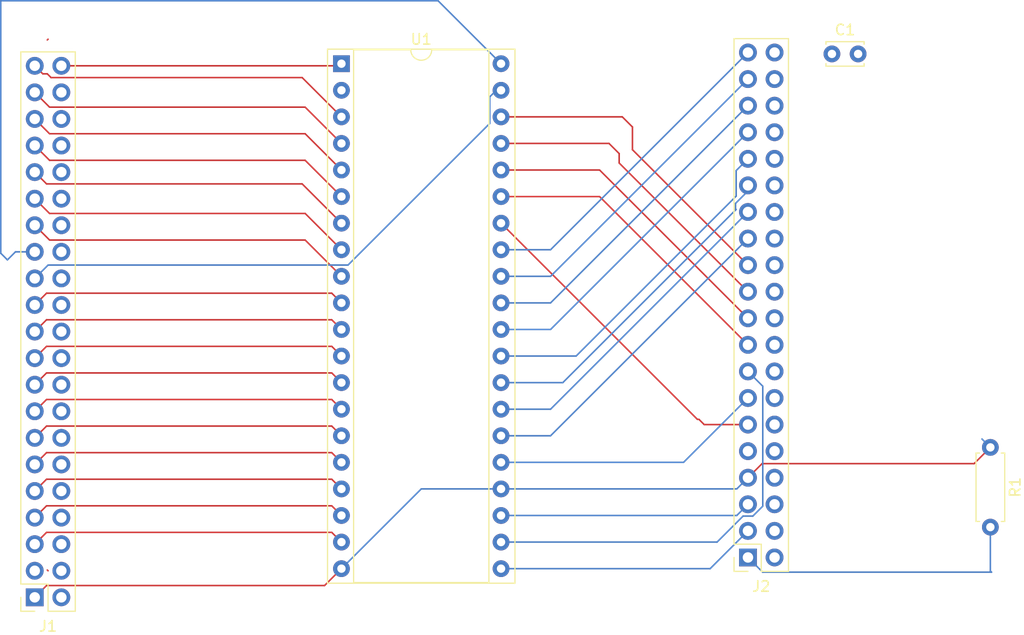
<source format=kicad_pcb>
(kicad_pcb (version 20211014) (generator pcbnew)
  (layers (0 "F.Cu" signal) (1 "In1.Cu" power) (2 "In2.Cu" power) (31 "B.Cu" signal) (34 "B.Paste" user) (35 "F.Paste" user) (36 "B.SilkS" user "B.Silkscreen") (37 "F.SilkS" user "F.Silkscreen") (38 "B.Mask" user) (39 "F.Mask" user) (44 "Edge.Cuts" user))
  (net 0 "")
  (net 1 "VCC")
  (net 2 "GND")
  (net 3 "/CB2")
  (net 4 "/CB1")
  (net 5 "/PB7")
  (net 6 "/PB6")
  (net 7 "/PB5")
  (net 8 "/PB4")
  (net 9 "/PB3")
  (net 10 "/PB2")
  (net 11 "/PB1")
  (net 12 "/PB0")
  (net 13 "/CA2")
  (net 14 "/CA1")
  (net 15 "/PA7")
  (net 16 "/PA6")
  (net 17 "/PA5")
  (net 18 "/PA4")
  (net 19 "/PA3")
  (net 20 "/PA2")
  (net 21 "/PA1")
  (net 22 "/~{IRQDEV1}")
  (net 23 "/~{IRQDEV0}")
  (net 24 "/~{CSDEV0-1}")
  (net 25 "/~{RST}")
  (net 26 "/CLK")
  (net 27 "/R~{W}")
  (net 28 "/A3")
  (net 29 "/A2")
  (net 30 "/A1")
  (net 31 "/A0")
  (net 32 "/D7")
  (net 33 "/D6")
  (net 34 "/D5")
  (net 35 "/D4")
  (net 36 "/D3")
  (net 37 "/D2")
  (net 38 "/D1")
  (net 39 "/D0")
  (net 40 "/PA0")
  (footprint "Resistor_THT:R_Axial_DIN0207_L6.3mm_D2.5mm_P7.62mm_Horizontal" (layer "F.Cu") (at 166.26 110.63 -90)
    (fp_text reference "R1" (at 3.81 -2.37 90) (layer "F.SilkS"))
    (fp_text value "10K")
    (fp_line (start 7.08 1.37) (end 7.08 1.04) (layer "F.SilkS") (width 0.12))
    (fp_line (start 0.54 -1.04) (end 0.54 -1.37) (layer "F.SilkS") (width 0.12))
    (fp_line (start 0.54 1.04) (end 0.54 1.37) (layer "F.SilkS") (width 0.12))
    (fp_line (start 0.54 -1.37) (end 7.08 -1.37) (layer "F.SilkS") (width 0.12))
    (fp_line (start 7.08 -1.37) (end 7.08 -1.04) (layer "F.SilkS") (width 0.12))
    (fp_line (start 0.54 1.37) (end 7.08 1.37) (layer "F.SilkS") (width 0.12))
    (pad "1" thru_hole circle (at 0 0 270) (size 1.6 1.6) (drill 0.8) (layers *.Cu *.Mask) (net 1 "VCC"))
    (pad "2" thru_hole oval (at 7.62 0 270) (size 1.6 1.6) (drill 0.8) (layers *.Cu *.Mask) (net 22 "/~{IRQDEV1}"))
  )
  (footprint "Connector_PinSocket_2.54mm:PinSocket_2x20_P2.54mm_Vertical" (layer "F.Cu") (at 143.11 121.15 180)
    (fp_text reference "J2" (at -1.27 -2.77) (layer "F.SilkS"))
    (fp_text value "16B")
    (fp_line (start -1.27 1.27) (end 1.33 1.27) (layer "F.SilkS") (width 0.12))
    (fp_line (start -3.87 -1.33) (end -3.87 49.59) (layer "F.SilkS") (width 0.12))
    (fp_line (start -3.87 49.59) (end 1.33 49.59) (layer "F.SilkS") (width 0.12))
    (fp_line (start -3.87 -1.33) (end -1.27 -1.33) (layer "F.SilkS") (width 0.12))
    (fp_line (start 0 -1.33) (end 1.33 -1.33) (layer "F.SilkS") (width 0.12))
    (fp_line (start -1.27 -1.33) (end -1.27 1.27) (layer "F.SilkS") (width 0.12))
    (fp_line (start 1.33 -1.33) (end 1.33 0) (layer "F.SilkS") (width 0.12))
    (fp_line (start 1.33 1.27) (end 1.33 49.59) (layer "F.SilkS") (width 0.12))
    (pad "1" thru_hole rect (at 0 0 180) (size 1.7 1.7) (drill 1) (layers *.Cu *.Mask) (net 22 "/~{IRQDEV1}"))
    (pad "2" thru_hole oval (at -2.54 0 180) (size 1.7 1.7) (drill 1) (layers *.Cu *.Mask) (net 2 "GND"))
    (pad "3" thru_hole oval (at 0 2.54 180) (size 1.7 1.7) (drill 1) (layers *.Cu *.Mask) (net 23 "/~{IRQDEV0}"))
    (pad "4" thru_hole oval (at -2.54 2.54 180) (size 1.7 1.7) (drill 1) (layers *.Cu *.Mask) (net 2 "GND"))
    (pad "5" thru_hole oval (at 0 5.08 180) (size 1.7 1.7) (drill 1) (layers *.Cu *.Mask) (net 24 "/~{CSDEV0-1}"))
    (pad "6" thru_hole oval (at -2.54 5.08 180) (size 1.7 1.7) (drill 1) (layers *.Cu *.Mask) (net 2 "GND"))
    (pad "7" thru_hole oval (at 0 7.62 180) (size 1.7 1.7) (drill 1) (layers *.Cu *.Mask) (net 1 "VCC"))
    (pad "8" thru_hole oval (at -2.54 7.62 180) (size 1.7 1.7) (drill 1) (layers *.Cu *.Mask) (net 2 "GND"))
    (pad "9" thru_hole oval (at 0 10.16 180) (size 1.7 1.7) (drill 1) (layers *.Cu *.Mask) (net 2 "GND"))
    (pad "10" thru_hole oval (at -2.54 10.16 180) (size 1.7 1.7) (drill 1) (layers *.Cu *.Mask) (net 2 "GND"))
    (pad "11" thru_hole oval (at 0 12.7 180) (size 1.7 1.7) (drill 1) (layers *.Cu *.Mask) (net 25 "/~{RST}"))
    (pad "12" thru_hole oval (at -2.54 12.7 180) (size 1.7 1.7) (drill 1) (layers *.Cu *.Mask) (net 2 "GND"))
    (pad "13" thru_hole oval (at 0 15.24 180) (size 1.7 1.7) (drill 1) (layers *.Cu *.Mask) (net 26 "/CLK"))
    (pad "14" thru_hole oval (at -2.54 15.24 180) (size 1.7 1.7) (drill 1) (layers *.Cu *.Mask) (net 2 "GND"))
    (pad "15" thru_hole oval (at 0 17.78 180) (size 1.7 1.7) (drill 1) (layers *.Cu *.Mask) (net 27 "/R~{W}"))
    (pad "16" thru_hole oval (at -2.54 17.78 180) (size 1.7 1.7) (drill 1) (layers *.Cu *.Mask) (net 2 "GND"))
    (pad "17" thru_hole oval (at 0 20.32 180) (size 1.7 1.7) (drill 1) (layers *.Cu *.Mask) (net 28 "/A3"))
    (pad "18" thru_hole oval (at -2.54 20.32 180) (size 1.7 1.7) (drill 1) (layers *.Cu *.Mask) (net 2 "GND"))
    (pad "19" thru_hole oval (at 0 22.86 180) (size 1.7 1.7) (drill 1) (layers *.Cu *.Mask) (net 29 "/A2"))
    (pad "20" thru_hole oval (at -2.54 22.86 180) (size 1.7 1.7) (drill 1) (layers *.Cu *.Mask) (net 2 "GND"))
    (pad "21" thru_hole oval (at 0 25.4 180) (size 1.7 1.7) (drill 1) (layers *.Cu *.Mask) (net 30 "/A1"))
    (pad "22" thru_hole oval (at -2.54 25.4 180) (size 1.7 1.7) (drill 1) (layers *.Cu *.Mask) (net 2 "GND"))
    (pad "23" thru_hole oval (at 0 27.94 180) (size 1.7 1.7) (drill 1) (layers *.Cu *.Mask) (net 31 "/A0"))
    (pad "24" thru_hole oval (at -2.54 27.94 180) (size 1.7 1.7) (drill 1) (layers *.Cu *.Mask) (net 2 "GND"))
    (pad "25" thru_hole oval (at 0 30.48 180) (size 1.7 1.7) (drill 1) (layers *.Cu *.Mask) (net 32 "/D7"))
    (pad "26" thru_hole oval (at -2.54 30.48 180) (size 1.7 1.7) (drill 1) (layers *.Cu *.Mask) (net 2 "GND"))
    (pad "27" thru_hole oval (at 0 33.02 180) (size 1.7 1.7) (drill 1) (layers *.Cu *.Mask) (net 33 "/D6"))
    (pad "28" thru_hole oval (at -2.54 33.02 180) (size 1.7 1.7) (drill 1) (layers *.Cu *.Mask) (net 2 "GND"))
    (pad "29" thru_hole oval (at 0 35.56 180) (size 1.7 1.7) (drill 1) (layers *.Cu *.Mask) (net 34 "/D5"))
    (pad "30" thru_hole oval (at -2.54 35.56 180) (size 1.7 1.7) (drill 1) (layers *.Cu *.Mask) (net 2 "GND"))
    (pad "31" thru_hole oval (at 0 38.1 180) (size 1.7 1.7) (drill 1) (layers *.Cu *.Mask) (net 35 "/D4"))
    (pad "32" thru_hole oval (at -2.54 38.1 180) (size 1.7 1.7) (drill 1) (layers *.Cu *.Mask) (net 2 "GND"))
    (pad "33" thru_hole oval (at 0 40.64 180) (size 1.7 1.7) (drill 1) (layers *.Cu *.Mask) (net 36 "/D3"))
    (pad "34" thru_hole oval (at -2.54 40.64 180) (size 1.7 1.7) (drill 1) (layers *.Cu *.Mask) (net 2 "GND"))
    (pad "35" thru_hole oval (at 0 43.18 180) (size 1.7 1.7) (drill 1) (layers *.Cu *.Mask) (net 37 "/D2"))
    (pad "36" thru_hole oval (at -2.54 43.18 180) (size 1.7 1.7) (drill 1) (layers *.Cu *.Mask) (net 2 "GND"))
    (pad "37" thru_hole oval (at 0 45.72 180) (size 1.7 1.7) (drill 1) (layers *.Cu *.Mask) (net 38 "/D1"))
    (pad "38" thru_hole oval (at -2.54 45.72 180) (size 1.7 1.7) (drill 1) (layers *.Cu *.Mask) (net 2 "GND"))
    (pad "39" thru_hole oval (at 0 48.26 180) (size 1.7 1.7) (drill 1) (layers *.Cu *.Mask) (net 39 "/D0"))
    (pad "40" thru_hole oval (at -2.54 48.26 180) (size 1.7 1.7) (drill 1) (layers *.Cu *.Mask) (net 2 "GND"))
  )
  (footprint "Package_DIP:DIP-40_W15.24mm_Socket" (layer "F.Cu") (at 104.29 73.96)
    (fp_text reference "U1" (at 7.62 -2.33) (layer "F.SilkS"))
    (fp_text value "W65C22SxP")
    (fp_line (start 14.08 -1.33) (end 8.62 -1.33) (layer "F.SilkS") (width 0.12))
    (fp_line (start -1.33 49.65) (end 16.57 49.65) (layer "F.SilkS") (width 0.12))
    (fp_line (start 16.57 -1.39) (end -1.33 -1.39) (layer "F.SilkS") (width 0.12))
    (fp_line (start 14.08 49.59) (end 14.08 -1.33) (layer "F.SilkS") (width 0.12))
    (fp_line (start 1.16 -1.33) (end 1.16 49.59) (layer "F.SilkS") (width 0.12))
    (fp_line (start 1.16 49.59) (end 14.08 49.59) (layer "F.SilkS") (width 0.12))
    (fp_line (start -1.33 -1.39) (end -1.33 49.65) (layer "F.SilkS") (width 0.12))
    (fp_line (start 6.62 -1.33) (end 1.16 -1.33) (layer "F.SilkS") (width 0.12))
    (fp_line (start 16.57 49.65) (end 16.57 -1.39) (layer "F.SilkS") (width 0.12))
    (fp_arc (start 8.62 -1.33) (mid 7.62 -0.33) (end 6.62 -1.33) (layer "F.SilkS") (width 0.12))
    (pad "1" thru_hole rect (at 0 0) (size 1.6 1.6) (drill 0.8) (layers *.Cu *.Mask) (net 2 "GND"))
    (pad "2" thru_hole oval (at 0 2.54) (size 1.6 1.6) (drill 0.8) (layers *.Cu *.Mask) (net 40 "/PA0"))
    (pad "3" thru_hole oval (at 0 5.08) (size 1.6 1.6) (drill 0.8) (layers *.Cu *.Mask) (net 21 "/PA1"))
    (pad "4" thru_hole oval (at 0 7.62) (size 1.6 1.6) (drill 0.8) (layers *.Cu *.Mask) (net 20 "/PA2"))
    (pad "5" thru_hole oval (at 0 10.16) (size 1.6 1.6) (drill 0.8) (layers *.Cu *.Mask) (net 19 "/PA3"))
    (pad "6" thru_hole oval (at 0 12.7) (size 1.6 1.6) (drill 0.8) (layers *.Cu *.Mask) (net 18 "/PA4"))
    (pad "7" thru_hole oval (at 0 15.24) (size 1.6 1.6) (drill 0.8) (layers *.Cu *.Mask) (net 17 "/PA5"))
    (pad "8" thru_hole oval (at 0 17.78) (size 1.6 1.6) (drill 0.8) (layers *.Cu *.Mask) (net 16 "/PA6"))
    (pad "9" thru_hole oval (at 0 20.32) (size 1.6 1.6) (drill 0.8) (layers *.Cu *.Mask) (net 15 "/PA7"))
    (pad "10" thru_hole oval (at 0 22.86) (size 1.6 1.6) (drill 0.8) (layers *.Cu *.Mask) (net 12 "/PB0"))
    (pad "11" thru_hole oval (at 0 25.4) (size 1.6 1.6) (drill 0.8) (layers *.Cu *.Mask) (net 11 "/PB1"))
    (pad "12" thru_hole oval (at 0 27.94) (size 1.6 1.6) (drill 0.8) (layers *.Cu *.Mask) (net 10 "/PB2"))
    (pad "13" thru_hole oval (at 0 30.48) (size 1.6 1.6) (drill 0.8) (layers *.Cu *.Mask) (net 9 "/PB3"))
    (pad "14" thru_hole oval (at 0 33.02) (size 1.6 1.6) (drill 0.8) (layers *.Cu *.Mask) (net 8 "/PB4"))
    (pad "15" thru_hole oval (at 0 35.56) (size 1.6 1.6) (drill 0.8) (layers *.Cu *.Mask) (net 7 "/PB5"))
    (pad "16" thru_hole oval (at 0 38.1) (size 1.6 1.6) (drill 0.8) (layers *.Cu *.Mask) (net 6 "/PB6"))
    (pad "17" thru_hole oval (at 0 40.64) (size 1.6 1.6) (drill 0.8) (layers *.Cu *.Mask) (net 5 "/PB7"))
    (pad "18" thru_hole oval (at 0 43.18) (size 1.6 1.6) (drill 0.8) (layers *.Cu *.Mask) (net 4 "/CB1"))
    (pad "19" thru_hole oval (at 0 45.72) (size 1.6 1.6) (drill 0.8) (layers *.Cu *.Mask) (net 3 "/CB2"))
    (pad "20" thru_hole oval (at 0 48.26) (size 1.6 1.6) (drill 0.8) (layers *.Cu *.Mask) (net 1 "VCC"))
    (pad "21" thru_hole oval (at 15.24 48.26) (size 1.6 1.6) (drill 0.8) (layers *.Cu *.Mask) (net 23 "/~{IRQDEV0}"))
    (pad "22" thru_hole oval (at 15.24 45.72) (size 1.6 1.6) (drill 0.8) (layers *.Cu *.Mask) (net 27 "/R~{W}"))
    (pad "23" thru_hole oval (at 15.24 43.18) (size 1.6 1.6) (drill 0.8) (layers *.Cu *.Mask) (net 24 "/~{CSDEV0-1}"))
    (pad "24" thru_hole oval (at 15.24 40.64) (size 1.6 1.6) (drill 0.8) (layers *.Cu *.Mask) (net 1 "VCC"))
    (pad "25" thru_hole oval (at 15.24 38.1) (size 1.6 1.6) (drill 0.8) (layers *.Cu *.Mask) (net 26 "/CLK"))
    (pad "26" thru_hole oval (at 15.24 35.56) (size 1.6 1.6) (drill 0.8) (layers *.Cu *.Mask) (net 32 "/D7"))
    (pad "27" thru_hole oval (at 15.24 33.02) (size 1.6 1.6) (drill 0.8) (layers *.Cu *.Mask) (net 33 "/D6"))
    (pad "28" thru_hole oval (at 15.24 30.48) (size 1.6 1.6) (drill 0.8) (layers *.Cu *.Mask) (net 34 "/D5"))
    (pad "29" thru_hole oval (at 15.24 27.94) (size 1.6 1.6) (drill 0.8) (layers *.Cu *.Mask) (net 35 "/D4"))
    (pad "30" thru_hole oval (at 15.24 25.4) (size 1.6 1.6) (drill 0.8) (layers *.Cu *.Mask) (net 36 "/D3"))
    (pad "31" thru_hole oval (at 15.24 22.86) (size 1.6 1.6) (drill 0.8) (layers *.Cu *.Mask) (net 37 "/D2"))
    (pad "32" thru_hole oval (at 15.24 20.32) (size 1.6 1.6) (drill 0.8) (layers *.Cu *.Mask) (net 38 "/D1"))
    (pad "33" thru_hole oval (at 15.24 17.78) (size 1.6 1.6) (drill 0.8) (layers *.Cu *.Mask) (net 39 "/D0"))
    (pad "34" thru_hole oval (at 15.24 15.24) (size 1.6 1.6) (drill 0.8) (layers *.Cu *.Mask) (net 25 "/~{RST}"))
    (pad "35" thru_hole oval (at 15.24 12.7) (size 1.6 1.6) (drill 0.8) (layers *.Cu *.Mask) (net 28 "/A3"))
    (pad "36" thru_hole oval (at 15.24 10.16) (size 1.6 1.6) (drill 0.8) (layers *.Cu *.Mask) (net 29 "/A2"))
    (pad "37" thru_hole oval (at 15.24 7.62) (size 1.6 1.6) (drill 0.8) (layers *.Cu *.Mask) (net 30 "/A1"))
    (pad "38" thru_hole oval (at 15.24 5.08) (size 1.6 1.6) (drill 0.8) (layers *.Cu *.Mask) (net 31 "/A0"))
    (pad "39" thru_hole oval (at 15.24 2.54) (size 1.6 1.6) (drill 0.8) (layers *.Cu *.Mask) (net 13 "/CA2"))
    (pad "40" thru_hole oval (at 15.24 0) (size 1.6 1.6) (drill 0.8) (layers *.Cu *.Mask) (net 14 "/CA1"))
  )
  (footprint "Connector_PinSocket_2.54mm:PinSocket_2x21_P2.54mm_Vertical" (layer "F.Cu") (at 75 124.96 180)
    (fp_text reference "J1" (at -1.27 -2.77) (layer "F.SilkS"))
    (fp_text value "VIA Port")
    (fp_line (start -3.87 52.13) (end 1.33 52.13) (layer "F.SilkS") (width 0.12))
    (fp_line (start -3.87 -1.33) (end -3.87 52.13) (layer "F.SilkS") (width 0.12))
    (fp_line (start -1.27 1.27) (end 1.33 1.27) (layer "F.SilkS") (width 0.12))
    (fp_line (start -3.87 -1.33) (end -1.27 -1.33) (layer "F.SilkS") (width 0.12))
    (fp_line (start 1.33 -1.33) (end 1.33 0) (layer "F.SilkS") (width 0.12))
    (fp_line (start -1.27 -1.33) (end -1.27 1.27) (layer "F.SilkS") (width 0.12))
    (fp_line (start 0 -1.33) (end 1.33 -1.33) (layer "F.SilkS") (width 0.12))
    (fp_line (start 1.33 1.27) (end 1.33 52.13) (layer "F.SilkS") (width 0.12))
    (pad "1" thru_hole rect (at 0 0 180) (size 1.7 1.7) (drill 1) (layers *.Cu *.Mask) (net 1 "VCC"))
    (pad "2" thru_hole oval (at -2.54 0 180) (size 1.7 1.7) (drill 1) (layers *.Cu *.Mask) (net 2 "GND"))
    (pad "3" thru_hole oval (at 0 2.54 180) (size 1.7 1.7) (drill 1) (layers *.Cu *.Mask) (net 2 "GND"))
    (pad "4" thru_hole oval (at -2.54 2.54 180) (size 1.7 1.7) (drill 1) (layers *.Cu *.Mask) (net 2 "GND"))
    (pad "5" thru_hole oval (at 0 5.08 180) (size 1.7 1.7) (drill 1) (layers *.Cu *.Mask) (net 3 "/CB2"))
    (pad "6" thru_hole oval (at -2.54 5.08 180) (size 1.7 1.7) (drill 1) (layers *.Cu *.Mask) (net 2 "GND"))
    (pad "7" thru_hole oval (at 0 7.62 180) (size 1.7 1.7) (drill 1) (layers *.Cu *.Mask) (net 4 "/CB1"))
    (pad "8" thru_hole oval (at -2.54 7.62 180) (size 1.7 1.7) (drill 1) (layers *.Cu *.Mask) (net 2 "GND"))
    (pad "9" thru_hole oval (at 0 10.16 180) (size 1.7 1.7) (drill 1) (layers *.Cu *.Mask) (net 5 "/PB7"))
    (pad "10" thru_hole oval (at -2.54 10.16 180) (size 1.7 1.7) (drill 1) (layers *.Cu *.Mask) (net 2 "GND"))
    (pad "11" thru_hole oval (at 0 12.7 180) (size 1.7 1.7) (drill 1) (layers *.Cu *.Mask) (net 6 "/PB6"))
    (pad "12" thru_hole oval (at -2.54 12.7 180) (size 1.7 1.7) (drill 1) (layers *.Cu *.Mask) (net 2 "GND"))
    (pad "13" thru_hole oval (at 0 15.24 180) (size 1.7 1.7) (drill 1) (layers *.Cu *.Mask) (net 7 "/PB5"))
    (pad "14" thru_hole oval (at -2.54 15.24 180) (size 1.7 1.7) (drill 1) (layers *.Cu *.Mask) (net 2 "GND"))
    (pad "15" thru_hole oval (at 0 17.78 180) (size 1.7 1.7) (drill 1) (layers *.Cu *.Mask) (net 8 "/PB4"))
    (pad "16" thru_hole oval (at -2.54 17.78 180) (size 1.7 1.7) (drill 1) (layers *.Cu *.Mask) (net 2 "GND"))
    (pad "17" thru_hole oval (at 0 20.32 180) (size 1.7 1.7) (drill 1) (layers *.Cu *.Mask) (net 9 "/PB3"))
    (pad "18" thru_hole oval (at -2.54 20.32 180) (size 1.7 1.7) (drill 1) (layers *.Cu *.Mask) (net 2 "GND"))
    (pad "19" thru_hole oval (at 0 22.86 180) (size 1.7 1.7) (drill 1) (layers *.Cu *.Mask) (net 10 "/PB2"))
    (pad "20" thru_hole oval (at -2.54 22.86 180) (size 1.7 1.7) (drill 1) (layers *.Cu *.Mask) (net 2 "GND"))
    (pad "21" thru_hole oval (at 0 25.4 180) (size 1.7 1.7) (drill 1) (layers *.Cu *.Mask) (net 11 "/PB1"))
    (pad "22" thru_hole oval (at -2.54 25.4 180) (size 1.7 1.7) (drill 1) (layers *.Cu *.Mask) (net 2 "GND"))
    (pad "23" thru_hole oval (at 0 27.94 180) (size 1.7 1.7) (drill 1) (layers *.Cu *.Mask) (net 12 "/PB0"))
    (pad "24" thru_hole oval (at -2.54 27.94 180) (size 1.7 1.7) (drill 1) (layers *.Cu *.Mask) (net 2 "GND"))
    (pad "25" thru_hole oval (at 0 30.48 180) (size 1.7 1.7) (drill 1) (layers *.Cu *.Mask) (net 13 "/CA2"))
    (pad "26" thru_hole oval (at -2.54 30.48 180) (size 1.7 1.7) (drill 1) (layers *.Cu *.Mask) (net 2 "GND"))
    (pad "27" thru_hole oval (at 0 33.02 180) (size 1.7 1.7) (drill 1) (layers *.Cu *.Mask) (net 14 "/CA1"))
    (pad "28" thru_hole oval (at -2.54 33.02 180) (size 1.7 1.7) (drill 1) (layers *.Cu *.Mask) (net 2 "GND"))
    (pad "29" thru_hole oval (at 0 35.56 180) (size 1.7 1.7) (drill 1) (layers *.Cu *.Mask) (net 15 "/PA7"))
    (pad "30" thru_hole oval (at -2.54 35.56 180) (size 1.7 1.7) (drill 1) (layers *.Cu *.Mask) (net 2 "GND"))
    (pad "31" thru_hole oval (at 0 38.1 180) (size 1.7 1.7) (drill 1) (layers *.Cu *.Mask) (net 16 "/PA6"))
    (pad "32" thru_hole oval (at -2.54 38.1 180) (size 1.7 1.7) (drill 1) (layers *.Cu *.Mask) (net 2 "GND"))
    (pad "33" thru_hole oval (at 0 40.64 180) (size 1.7 1.7) (drill 1) (layers *.Cu *.Mask) (net 17 "/PA5"))
    (pad "34" thru_hole oval (at -2.54 40.64 180) (size 1.7 1.7) (drill 1) (layers *.Cu *.Mask) (net 2 "GND"))
    (pad "35" thru_hole oval (at 0 43.18 180) (size 1.7 1.7) (drill 1) (layers *.Cu *.Mask) (net 18 "/PA4"))
    (pad "36" thru_hole oval (at -2.54 43.18 180) (size 1.7 1.7) (drill 1) (layers *.Cu *.Mask) (net 2 "GND"))
    (pad "37" thru_hole oval (at 0 45.72 180) (size 1.7 1.7) (drill 1) (layers *.Cu *.Mask) (net 19 "/PA3"))
    (pad "38" thru_hole oval (at -2.54 45.72 180) (size 1.7 1.7) (drill 1) (layers *.Cu *.Mask) (net 2 "GND"))
    (pad "39" thru_hole oval (at 0 48.26 180) (size 1.7 1.7) (drill 1) (layers *.Cu *.Mask) (net 20 "/PA2"))
    (pad "40" thru_hole oval (at -2.54 48.26 180) (size 1.7 1.7) (drill 1) (layers *.Cu *.Mask) (net 2 "GND"))
    (pad "41" thru_hole oval (at 0 50.8 180) (size 1.7 1.7) (drill 1) (layers *.Cu *.Mask) (net 21 "/PA1"))
    (pad "42" thru_hole oval (at -2.54 50.8 180) (size 1.7 1.7) (drill 1) (layers *.Cu *.Mask) (net 2 "GND"))
  )
  (footprint "Capacitor_THT:C_Disc_D3.4mm_W2.1mm_P2.50mm" (layer "F.Cu") (at 151.13 73.025)
    (fp_text reference "C1" (at 1.25 -2.3) (layer "F.SilkS"))
    (fp_text value "100n")
    (fp_line (start -0.57 -1.17) (end 3.07 -1.17) (layer "F.SilkS") (width 0.12))
    (fp_line (start 3.07 0.925) (end 3.07 1.17) (layer "F.SilkS") (width 0.12))
    (fp_line (start 3.07 -1.17) (end 3.07 -0.925) (layer "F.SilkS") (width 0.12))
    (fp_line (start -0.57 0.925) (end -0.57 1.17) (layer "F.SilkS") (width 0.12))
    (fp_line (start -0.57 -1.17) (end -0.57 -0.925) (layer "F.SilkS") (width 0.12))
    (fp_line (start -0.57 1.17) (end 3.07 1.17) (layer "F.SilkS") (width 0.12))
    (pad "1" thru_hole circle (at 0 0) (size 1.6 1.6) (drill 0.8) (layers *.Cu *.Mask) (net 1 "VCC"))
    (pad "2" thru_hole circle (at 2.5 0) (size 1.6 1.6) (drill 0.8) (layers *.Cu *.Mask) (net 2 "GND"))
  )
  (segment (start 164.706738 112.183262) (end 166.26 110.63) (width 0.146812) (layer "F.Cu") (net 1))
  (segment (start 76.126606 123.833394) (end 102.676606 123.833394) (width 0.146812) (layer "F.Cu") (net 1))
  (segment (start 143.11 113.53) (end 144.456738 112.183262) (width 0.146812) (layer "F.Cu") (net 1))
  (segment (start 75 124.96) (end 76.126606 123.833394) (width 0.146812) (layer "F.Cu") (net 1))
  (segment (start 144.456738 112.183262) (end 164.706738 112.183262) (width 0.146812) (layer "F.Cu") (net 1))
  (segment (start 102.676606 123.833394) (end 104.29 122.22) (width 0.146812) (layer "F.Cu") (net 1))
  (segment (start 142.04 114.6) (end 143.11 113.53) (width 0.146812) (layer "B.Cu") (net 1))
  (segment (start 104.29 122.22) (end 111.91 114.6) (width 0.146812) (layer "B.Cu") (net 1))
  (segment (start 119.53 114.6) (end 142.04 114.6) (width 0.146812) (layer "B.Cu") (net 1))
  (segment (start 166.26 110.63) (end 165.460001 109.830001) (width 0.146812) (layer "B.Cu") (net 1))
  (segment (start 111.91 114.6) (end 119.53 114.6) (width 0.146812) (layer "B.Cu") (net 1))
  (segment (start 76.27 71.62) (end 76.2 71.69) (width 0.146812) (layer "F.Cu") (net 2))
  (segment (start 104.09 74.16) (end 104.29 73.96) (width 0.146812) (layer "F.Cu") (net 2))
  (segment (start 77.54 74.16) (end 104.09 74.16) (width 0.146812) (layer "F.Cu") (net 2))
  (segment (start 76.2 122.35) (end 76.27 122.42) (width 0.146812) (layer "F.Cu") (net 2))
  (segment (start 103.363394 118.753394) (end 104.29 119.68) (width 0.146812) (layer "F.Cu") (net 3))
  (segment (start 75 119.88) (end 76.126606 118.753394) (width 0.146812) (layer "F.Cu") (net 3))
  (segment (start 76.126606 118.753394) (end 103.363394 118.753394) (width 0.146812) (layer "F.Cu") (net 3))
  (segment (start 76.126606 116.213394) (end 103.363394 116.213394) (width 0.146812) (layer "F.Cu") (net 4))
  (segment (start 103.363394 116.213394) (end 104.29 117.14) (width 0.146812) (layer "F.Cu") (net 4))
  (segment (start 75 117.34) (end 76.126606 116.213394) (width 0.146812) (layer "F.Cu") (net 4))
  (segment (start 76.126606 113.673394) (end 103.363394 113.673394) (width 0.146812) (layer "F.Cu") (net 5))
  (segment (start 103.363394 113.673394) (end 104.29 114.6) (width 0.146812) (layer "F.Cu") (net 5))
  (segment (start 75 114.8) (end 76.126606 113.673394) (width 0.146812) (layer "F.Cu") (net 5))
  (segment (start 76.126606 111.133394) (end 103.363394 111.133394) (width 0.146812) (layer "F.Cu") (net 6))
  (segment (start 75 112.26) (end 76.126606 111.133394) (width 0.146812) (layer "F.Cu") (net 6))
  (segment (start 103.363394 111.133394) (end 104.29 112.06) (width 0.146812) (layer "F.Cu") (net 6))
  (segment (start 75 109.72) (end 76.126606 108.593394) (width 0.146812) (layer "F.Cu") (net 7))
  (segment (start 103.363394 108.593394) (end 104.29 109.52) (width 0.146812) (layer "F.Cu") (net 7))
  (segment (start 76.126606 108.593394) (end 103.363394 108.593394) (width 0.146812) (layer "F.Cu") (net 7))
  (segment (start 75 107.18) (end 76.126606 106.053394) (width 0.146812) (layer "F.Cu") (net 8))
  (segment (start 103.363394 106.053394) (end 104.29 106.98) (width 0.146812) (layer "F.Cu") (net 8))
  (segment (start 76.126606 106.053394) (end 103.363394 106.053394) (width 0.146812) (layer "F.Cu") (net 8))
  (segment (start 103.363394 103.513394) (end 104.29 104.44) (width 0.146812) (layer "F.Cu") (net 9))
  (segment (start 75 104.64) (end 76.126606 103.513394) (width 0.146812) (layer "F.Cu") (net 9))
  (segment (start 76.126606 103.513394) (end 103.363394 103.513394) (width 0.146812) (layer "F.Cu") (net 9))
  (segment (start 76.126606 100.973394) (end 103.363394 100.973394) (width 0.146812) (layer "F.Cu") (net 10))
  (segment (start 103.363394 100.973394) (end 104.29 101.9) (width 0.146812) (layer "F.Cu") (net 10))
  (segment (start 75 102.1) (end 76.126606 100.973394) (width 0.146812) (layer "F.Cu") (net 10))
  (segment (start 103.363394 98.433394) (end 104.29 99.36) (width 0.146812) (layer "F.Cu") (net 11))
  (segment (start 76.126606 98.433394) (end 103.363394 98.433394) (width 0.146812) (layer "F.Cu") (net 11))
  (segment (start 75 99.56) (end 76.126606 98.433394) (width 0.146812) (layer "F.Cu") (net 11))
  (segment (start 76.126606 95.893394) (end 103.363394 95.893394) (width 0.146812) (layer "F.Cu") (net 12))
  (segment (start 103.363394 95.893394) (end 104.29 96.82) (width 0.146812) (layer "F.Cu") (net 12))
  (segment (start 75 97.02) (end 76.126606 95.893394) (width 0.146812) (layer "F.Cu") (net 12))
  (segment (start 104.916606 93.203394) (end 118.453394 79.666606) (width 0.146812) (layer "B.Cu") (net 13))
  (segment (start 118.453394 79.666606) (end 118.453394 77.126606) (width 0.146812) (layer "B.Cu") (net 13))
  (segment (start 119.53 76.35) (end 119.53 76.5) (width 0.146812) (layer "B.Cu") (net 13))
  (segment (start 75 94.48) (end 76.276606 93.203394) (width 0.146812) (layer "B.Cu") (net 13))
  (segment (start 76.276606 93.203394) (end 104.916606 93.203394) (width 0.146812) (layer "B.Cu") (net 13))
  (segment (start 119.38 76.2) (end 119.53 76.35) (width 0.146812) (layer "B.Cu") (net 13))
  (segment (start 118.453394 77.126606) (end 119.38 76.2) (width 0.146812) (layer "B.Cu") (net 13))
  (segment (start 71.755 92.075) (end 71.755 67.945) (width 0.146812) (layer "B.Cu") (net 14))
  (segment (start 72.39 92.71) (end 71.755 92.075) (width 0.146812) (layer "B.Cu") (net 14))
  (segment (start 113.515 67.945) (end 119.53 73.96) (width 0.146812) (layer "B.Cu") (net 14))
  (segment (start 73.16 91.94) (end 72.39 92.71) (width 0.146812) (layer "B.Cu") (net 14))
  (segment (start 71.755 67.945) (end 113.515 67.945) (width 0.146812) (layer "B.Cu") (net 14))
  (segment (start 75 91.94) (end 73.16 91.94) (width 0.146812) (layer "B.Cu") (net 14))
  (segment (start 76.413394 90.813394) (end 100.823394 90.813394) (width 0.146812) (layer "F.Cu") (net 15))
  (segment (start 100.823394 90.813394) (end 104.29 94.28) (width 0.146812) (layer "F.Cu") (net 15))
  (segment (start 75 89.4) (end 76.413394 90.813394) (width 0.146812) (layer "F.Cu") (net 15))
  (segment (start 100.823394 88.273394) (end 104.29 91.74) (width 0.146812) (layer "F.Cu") (net 16))
  (segment (start 76.413394 88.273394) (end 100.823394 88.273394) (width 0.146812) (layer "F.Cu") (net 16))
  (segment (start 75 86.86) (end 76.413394 88.273394) (width 0.146812) (layer "F.Cu") (net 16))
  (segment (start 76.126606 85.446606) (end 100.536606 85.446606) (width 0.146812) (layer "F.Cu") (net 17))
  (segment (start 100.536606 85.446606) (end 104.29 89.2) (width 0.146812) (layer "F.Cu") (net 17))
  (segment (start 75 84.32) (end 76.126606 85.446606) (width 0.146812) (layer "F.Cu") (net 17))
  (segment (start 75 81.78) (end 76.413394 83.193394) (width 0.146812) (layer "F.Cu") (net 18))
  (segment (start 76.413394 83.193394) (end 100.823394 83.193394) (width 0.146812) (layer "F.Cu") (net 18))
  (segment (start 100.823394 83.193394) (end 104.29 86.66) (width 0.146812) (layer "F.Cu") (net 18))
  (segment (start 76.413394 80.653394) (end 100.823394 80.653394) (width 0.146812) (layer "F.Cu") (net 19))
  (segment (start 100.823394 80.653394) (end 104.29 84.12) (width 0.146812) (layer "F.Cu") (net 19))
  (segment (start 75 79.24) (end 76.413394 80.653394) (width 0.146812) (layer "F.Cu") (net 19))
  (segment (start 100.823394 78.113394) (end 104.29 81.58) (width 0.146812) (layer "F.Cu") (net 20))
  (segment (start 75 76.7) (end 76.413394 78.113394) (width 0.146812) (layer "F.Cu") (net 20))
  (segment (start 76.413394 78.113394) (end 100.823394 78.113394) (width 0.146812) (layer "F.Cu") (net 20))
  (segment (start 76.2 74.93) (end 76.556606 75.286606) (width 0.146812) (layer "F.Cu") (net 21))
  (segment (start 75 74.16) (end 75.77 74.93) (width 0.146812) (layer "F.Cu") (net 21))
  (segment (start 100.536606 75.286606) (end 104.29 79.04) (width 0.146812) (layer "F.Cu") (net 21))
  (segment (start 76.556606 75.286606) (end 100.536606 75.286606) (width 0.146812) (layer "F.Cu") (net 21))
  (segment (start 75.77 74.93) (end 76.2 74.93) (width 0.146812) (layer "F.Cu") (net 21))
  (segment (start 144.515 122.555) (end 166.37 122.555) (width 0.146812) (layer "B.Cu") (net 22))
  (segment (start 166.37 122.555) (end 166.26 122.445) (width 0.146812) (layer "B.Cu") (net 22))
  (segment (start 166.26 122.445) (end 166.26 118.25) (width 0.146812) (layer "B.Cu") (net 22))
  (segment (start 143.11 121.15) (end 144.515 122.555) (width 0.146812) (layer "B.Cu") (net 22))
  (segment (start 119.53 122.22) (end 139.5 122.22) (width 0.146812) (layer "B.Cu") (net 23))
  (segment (start 139.5 122.22) (end 143.11 118.61) (width 0.146812) (layer "B.Cu") (net 23))
  (segment (start 142.04 117.14) (end 143.11 116.07) (width 0.146812) (layer "B.Cu") (net 24))
  (segment (start 119.53 117.14) (end 142.04 117.14) (width 0.146812) (layer "B.Cu") (net 24))
  (segment (start 138.28 107.95) (end 138.43 107.95) (width 0.146812) (layer "F.Cu") (net 25))
  (segment (start 138.43 107.95) (end 138.93 108.45) (width 0.146812) (layer "F.Cu") (net 25))
  (segment (start 138.93 108.45) (end 143.11 108.45) (width 0.146812) (layer "F.Cu") (net 25))
  (segment (start 119.53 89.2) (end 138.28 107.95) (width 0.146812) (layer "F.Cu") (net 25))
  (segment (start 136.96 112.06) (end 143.11 105.91) (width 0.146812) (layer "B.Cu") (net 26))
  (segment (start 119.53 112.06) (end 136.96 112.06) (width 0.146812) (layer "B.Cu") (net 26))
  (segment (start 140.15995 119.68) (end 142.643344 117.196606) (width 0.146812) (layer "B.Cu") (net 27))
  (segment (start 143.576656 117.196606) (end 144.523394 116.249868) (width 0.146812) (layer "B.Cu") (net 27))
  (segment (start 142.643344 117.196606) (end 143.576656 117.196606) (width 0.146812) (layer "B.Cu") (net 27))
  (segment (start 144.523394 104.783394) (end 143.11 103.37) (width 0.146812) (layer "B.Cu") (net 27))
  (segment (start 119.53 119.68) (end 140.15995 119.68) (width 0.146812) (layer "B.Cu") (net 27))
  (segment (start 144.523394 116.249868) (end 144.523394 104.783394) (width 0.146812) (layer "B.Cu") (net 27))
  (segment (start 119.53 86.66) (end 128.94 86.66) (width 0.146812) (layer "F.Cu") (net 28))
  (segment (start 128.94 86.66) (end 143.11 100.83) (width 0.146812) (layer "F.Cu") (net 28))
  (segment (start 119.53 84.12) (end 128.94 84.12) (width 0.146812) (layer "F.Cu") (net 29))
  (segment (start 128.94 84.12) (end 143.11 98.29) (width 0.146812) (layer "F.Cu") (net 29))
  (segment (start 130.81 82.55) (end 130.81 83.45) (width 0.146812) (layer "F.Cu") (net 30))
  (segment (start 119.53 81.58) (end 129.84 81.58) (width 0.146812) (layer "F.Cu") (net 30))
  (segment (start 130.81 83.45) (end 143.11 95.75) (width 0.146812) (layer "F.Cu") (net 30))
  (segment (start 129.84 81.58) (end 130.81 82.55) (width 0.146812) (layer "F.Cu") (net 30))
  (segment (start 132.08 80.01) (end 132.08 82.18) (width 0.146812) (layer "F.Cu") (net 31))
  (segment (start 132.08 82.18) (end 143.11 93.21) (width 0.146812) (layer "F.Cu") (net 31))
  (segment (start 131.11 79.04) (end 132.08 80.01) (width 0.146812) (layer "F.Cu") (net 31))
  (segment (start 119.53 79.04) (end 131.11 79.04) (width 0.146812) (layer "F.Cu") (net 31))
  (segment (start 124.26 109.52) (end 143.11 90.67) (width 0.146812) (layer "B.Cu") (net 32))
  (segment (start 119.53 109.52) (end 124.26 109.52) (width 0.146812) (layer "B.Cu") (net 32))
  (segment (start 124.26 106.98) (end 143.11 88.13) (width 0.146812) (layer "B.Cu") (net 33))
  (segment (start 119.53 106.98) (end 124.26 106.98) (width 0.146812) (layer "B.Cu") (net 33))
  (segment (start 119.53 104.44) (end 125.43 104.44) (width 0.146812) (layer "B.Cu") (net 34))
  (segment (start 125.43 104.44) (end 141.9225 87.9475) (width 0.146812) (layer "B.Cu") (net 34))
  (segment (start 141.9225 87.9475) (end 141.9225 87.3125) (width 0.146812) (layer "B.Cu") (net 34))
  (segment (start 141.9225 87.3125) (end 142.875 86.36) (width 0.146812) (layer "B.Cu") (net 34))
  (segment (start 141.9225 87.9475) (end 141.983394 87.886606) (width 0.146812) (layer "B.Cu") (net 34))
  (segment (start 141.983394 84.176606) (end 143.11 83.05) (width 0.146812) (layer "B.Cu") (net 35))
  (segment (start 119.53 101.9) (end 126.7 101.9) (width 0.146812) (layer "B.Cu") (net 35))
  (segment (start 126.7 101.9) (end 141.983394 86.616606) (width 0.146812) (layer "B.Cu") (net 35))
  (segment (start 141.983394 86.616606) (end 141.983394 84.176606) (width 0.146812) (layer "B.Cu") (net 35))
  (segment (start 124.26 99.36) (end 143.11 80.51) (width 0.146812) (layer "B.Cu") (net 36))
  (segment (start 119.53 99.36) (end 124.26 99.36) (width 0.146812) (layer "B.Cu") (net 36))
  (segment (start 124.26 96.82) (end 143.11 77.97) (width 0.146812) (layer "B.Cu") (net 37))
  (segment (start 119.53 96.82) (end 124.26 96.82) (width 0.146812) (layer "B.Cu") (net 37))
  (segment (start 124.26 94.28) (end 143.11 75.43) (width 0.146812) (layer "B.Cu") (net 38))
  (segment (start 119.53 94.28) (end 124.26 94.28) (width 0.146812) (layer "B.Cu") (net 38))
  (segment (start 124.26 91.74) (end 143.11 72.89) (width 0.146812) (layer "B.Cu") (net 39))
  (segment (start 119.53 91.74) (end 124.26 91.74) (width 0.146812) (layer "B.Cu") (net 39))
)
</source>
